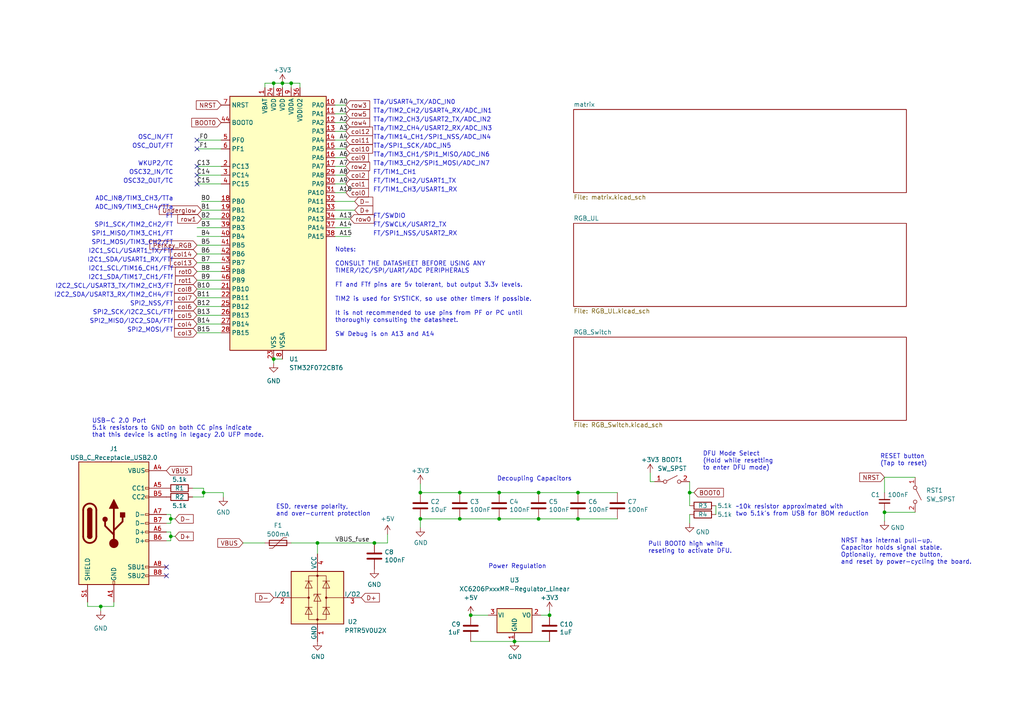
<source format=kicad_sch>
(kicad_sch (version 20231120) (generator "eeschema") (generator_version "8.0")
  (paper "A4")
  (lib_symbols
    (symbol "+5V_1" (power) (pin_names (offset 0))
      (property "Value" "+5V_1" (at 0 3.556 0))
      (symbol "+5V_1_0_1"
        (polyline (pts (xy -0.762 1.27) (xy 0 2.54)))
        (polyline (pts (xy 0 0) (xy 0 2.54)))
        (polyline (pts (xy 0 2.54) (xy 0.762 1.27)))
      )
      (symbol "+5V_1_1_1"
        (pin power_in line (at 0 0 90) (length 0) hide (name "+5V") (number "1"))
      )
    )
    (symbol "Connector:USB_C_Receptacle_USB2.0" (pin_names (offset 1.016))
      (property "Reference" "J" (at -10.16 19.05 0))
      (property "Value" "USB_C_Receptacle_USB2.0" (at 19.05 19.05 0))
      (symbol "USB_C_Receptacle_USB2.0_0_0"
        (rectangle (start -0.254 -17.78) (end 0.254 -16.764))
        (rectangle (start 10.16 -14.986) (end 9.144 -15.494))
        (rectangle (start 10.16 -12.446) (end 9.144 -12.954))
        (rectangle (start 10.16 -4.826) (end 9.144 -5.334))
        (rectangle (start 10.16 -2.286) (end 9.144 -2.794))
        (rectangle (start 10.16 0.254) (end 9.144 -0.254))
        (rectangle (start 10.16 2.794) (end 9.144 2.286))
        (rectangle (start 10.16 7.874) (end 9.144 7.366))
        (rectangle (start 10.16 10.414) (end 9.144 9.906))
        (rectangle (start 10.16 15.494) (end 9.144 14.986))
      )
      (symbol "USB_C_Receptacle_USB2.0_0_1"
        (rectangle (start -10.16 17.78) (end 10.16 -17.78) (stroke (width 0.254)) (fill (type background)))
        (arc (start -8.89 -3.81) (mid -6.985 -5.7067) (end -5.08 -3.81) (stroke (width 0.508)))
        (arc (start -7.62 -3.81) (mid -6.985 -4.4423) (end -6.35 -3.81) (stroke (width 0.254)))
        (arc (start -7.62 -3.81) (mid -6.985 -4.4423) (end -6.35 -3.81) (stroke (width 0.254)) (fill (type outline)))
        (rectangle (start -7.62 -3.81) (end -6.35 3.81) (stroke (width 0.254)) (fill (type outline)))
        (arc (start -6.35 3.81) (mid -6.985 4.4423) (end -7.62 3.81) (stroke (width 0.254)))
        (arc (start -6.35 3.81) (mid -6.985 4.4423) (end -7.62 3.81) (stroke (width 0.254)) (fill (type outline)))
        (arc (start -5.08 3.81) (mid -6.985 5.7067) (end -8.89 3.81) (stroke (width 0.508)))
        (circle (center -2.54 1.143) (radius 0.635) (stroke (width 0.254)) (fill (type outline)))
        (circle (center 0 -5.842) (radius 1.27) (fill (type outline)))
        (polyline (pts (xy -8.89 -3.81) (xy -8.89 3.81)) (stroke (width 0.508)))
        (polyline (pts (xy -5.08 3.81) (xy -5.08 -3.81)) (stroke (width 0.508)))
        (polyline (pts (xy 0 -5.842) (xy 0 4.318)) (stroke (width 0.508)))
        (polyline (pts (xy 0 -3.302) (xy -2.54 -0.762) (xy -2.54 0.508)) (stroke (width 0.508)))
        (polyline (pts (xy 0 -2.032) (xy 2.54 0.508) (xy 2.54 1.778)) (stroke (width 0.508)))
        (polyline (pts (xy -1.27 4.318) (xy 0 6.858) (xy 1.27 4.318) (xy -1.27 4.318)) (stroke (width 0.254)) (fill (type outline)))
        (rectangle (start 1.905 1.778) (end 3.175 3.048) (stroke (width 0.254)) (fill (type outline)))
      )
      (symbol "USB_C_Receptacle_USB2.0_1_1"
        (pin passive line (at 0 -22.86 90) (length 5.08) (name "GND") (number "A1"))
        (pin passive line (at 0 -22.86 90) (length 5.08) hide (name "GND") (number "A12"))
        (pin passive line (at 15.24 15.24 180) (length 5.08) (name "VBUS") (number "A4"))
        (pin bidirectional line (at 15.24 10.16 180) (length 5.08) (name "CC1") (number "A5"))
        (pin bidirectional line (at 15.24 -2.54 180) (length 5.08) (name "D+") (number "A6"))
        (pin bidirectional line (at 15.24 2.54 180) (length 5.08) (name "D-") (number "A7"))
        (pin bidirectional line (at 15.24 -12.7 180) (length 5.08) (name "SBU1") (number "A8"))
        (pin passive line (at 15.24 15.24 180) (length 5.08) hide (name "VBUS") (number "A9"))
        (pin passive line (at 0 -22.86 90) (length 5.08) hide (name "GND") (number "B1"))
        (pin passive line (at 0 -22.86 90) (length 5.08) hide (name "GND") (number "B12"))
        (pin passive line (at 15.24 15.24 180) (length 5.08) hide (name "VBUS") (number "B4"))
        (pin bidirectional line (at 15.24 7.62 180) (length 5.08) (name "CC2") (number "B5"))
        (pin bidirectional line (at 15.24 -5.08 180) (length 5.08) (name "D+") (number "B6"))
        (pin bidirectional line (at 15.24 0 180) (length 5.08) (name "D-") (number "B7"))
        (pin bidirectional line (at 15.24 -15.24 180) (length 5.08) (name "SBU2") (number "B8"))
        (pin passive line (at 15.24 15.24 180) (length 5.08) hide (name "VBUS") (number "B9"))
        (pin passive line (at -7.62 -22.86 90) (length 5.08) (name "SHIELD") (number "S1"))
      )
    )
    (symbol "Device:C" (pin_numbers hide) (pin_names (offset 0.254))
      (property "Reference" "C" (at 0.635 2.54 0))
      (property "Value" "C" (at 0.635 -2.54 0))
      (symbol "C_0_1"
        (polyline (pts (xy -2.032 -0.762) (xy 2.032 -0.762)) (stroke (width 0.508)))
        (polyline (pts (xy -2.032 0.762) (xy 2.032 0.762)) (stroke (width 0.508)))
      )
      (symbol "C_1_1"
        (pin passive line (at 0 3.81 270) (length 2.794) (name "~") (number "1"))
        (pin passive line (at 0 -3.81 90) (length 2.794) (name "~") (number "2"))
      )
    )
    (symbol "Device:C_Small" (pin_numbers hide) (pin_names (offset 0.254) hide)
      (property "Reference" "C" (at 0.254 1.778 0))
      (property "Value" "C_Small" (at 0.254 -2.032 0))
      (symbol "C_Small_0_1"
        (polyline (pts (xy -1.524 -0.508) (xy 1.524 -0.508)) (stroke (width 0.3302)))
        (polyline (pts (xy -1.524 0.508) (xy 1.524 0.508)) (stroke (width 0.3048)))
      )
      (symbol "C_Small_1_1"
        (pin passive line (at 0 2.54 270) (length 2.032) (name "~") (number "1"))
        (pin passive line (at 0 -2.54 90) (length 2.032) (name "~") (number "2"))
      )
    )
    (symbol "Device:Polyfuse" (pin_numbers hide) (pin_names (offset 0))
      (property "Reference" "F" (at -2.54 0 90))
      (property "Value" "Polyfuse" (at 2.54 0 90))
      (symbol "Polyfuse_0_1"
        (rectangle (start -0.762 2.54) (end 0.762 -2.54) (stroke (width 0.254)))
        (polyline (pts (xy 0 2.54) (xy 0 -2.54)))
        (polyline (pts (xy -1.524 2.54) (xy -1.524 1.524) (xy 1.524 -1.524) (xy 1.524 -2.54)))
      )
      (symbol "Polyfuse_1_1"
        (pin passive line (at 0 3.81 270) (length 1.27) (name "~") (number "1"))
        (pin passive line (at 0 -3.81 90) (length 1.27) (name "~") (number "2"))
      )
    )
    (symbol "Device:R" (pin_numbers hide) (pin_names (offset 0))
      (property "Reference" "R" (at 2.032 0 90))
      (property "Value" "R" (at 0 0 90))
      (symbol "R_0_1"
        (rectangle (start -1.016 -2.54) (end 1.016 2.54) (stroke (width 0.254)))
      )
      (symbol "R_1_1"
        (pin passive line (at 0 3.81 270) (length 1.27) (name "~") (number "1"))
        (pin passive line (at 0 -3.81 90) (length 1.27) (name "~") (number "2"))
      )
    )
    (symbol "MCU_ST_STM32F0:STM32F072CBTx"
      (property "Reference" "U" (at -12.7 39.37 0))
      (property "Value" "STM32F072CBTx" (at 10.16 39.37 0))
      (symbol "STM32F072CBTx_0_1"
        (rectangle (start -12.7 -35.56) (end 15.24 38.1) (stroke (width 0.254)) (fill (type background)))
      )
      (symbol "STM32F072CBTx_1_1"
        (pin power_in line (at -2.54 40.64 270) (length 2.54) (name "VBAT") (number "1"))
        (pin bidirectional line (at 17.78 35.56 180) (length 2.54) (name "PA0") (number "10"))
        (pin bidirectional line (at 17.78 33.02 180) (length 2.54) (name "PA1") (number "11"))
        (pin bidirectional line (at 17.78 30.48 180) (length 2.54) (name "PA2") (number "12"))
        (pin bidirectional line (at 17.78 27.94 180) (length 2.54) (name "PA3") (number "13"))
        (pin bidirectional line (at 17.78 25.4 180) (length 2.54) (name "PA4") (number "14"))
        (pin bidirectional line (at 17.78 22.86 180) (length 2.54) (name "PA5") (number "15"))
        (pin bidirectional line (at 17.78 20.32 180) (length 2.54) (name "PA6") (number "16"))
        (pin bidirectional line (at 17.78 17.78 180) (length 2.54) (name "PA7") (number "17"))
        (pin bidirectional line (at -15.24 7.62 0) (length 2.54) (name "PB0") (number "18"))
        (pin bidirectional line (at -15.24 5.08 0) (length 2.54) (name "PB1") (number "19"))
        (pin bidirectional line (at -15.24 17.78 0) (length 2.54) (name "PC13") (number "2"))
        (pin bidirectional line (at -15.24 2.54 0) (length 2.54) (name "PB2") (number "20"))
        (pin bidirectional line (at -15.24 -17.78 0) (length 2.54) (name "PB10") (number "21"))
        (pin bidirectional line (at -15.24 -20.32 0) (length 2.54) (name "PB11") (number "22"))
        (pin power_in line (at 0 -38.1 90) (length 2.54) (name "VSS") (number "23"))
        (pin power_in line (at 0 40.64 270) (length 2.54) (name "VDD") (number "24"))
        (pin bidirectional line (at -15.24 -22.86 0) (length 2.54) (name "PB12") (number "25"))
        (pin bidirectional line (at -15.24 -25.4 0) (length 2.54) (name "PB13") (number "26"))
        (pin bidirectional line (at -15.24 -27.94 0) (length 2.54) (name "PB14") (number "27"))
        (pin bidirectional line (at -15.24 -30.48 0) (length 2.54) (name "PB15") (number "28"))
        (pin bidirectional line (at 17.78 15.24 180) (length 2.54) (name "PA8") (number "29"))
        (pin bidirectional line (at -15.24 15.24 0) (length 2.54) (name "PC14") (number "3"))
        (pin bidirectional line (at 17.78 12.7 180) (length 2.54) (name "PA9") (number "30"))
        (pin bidirectional line (at 17.78 10.16 180) (length 2.54) (name "PA10") (number "31"))
        (pin bidirectional line (at 17.78 7.62 180) (length 2.54) (name "PA11") (number "32"))
        (pin bidirectional line (at 17.78 5.08 180) (length 2.54) (name "PA12") (number "33"))
        (pin bidirectional line (at 17.78 2.54 180) (length 2.54) (name "PA13") (number "34"))
        (pin passive line (at 0 -38.1 90) (length 2.54) hide (name "VSS") (number "35"))
        (pin power_in line (at 7.62 40.64 270) (length 2.54) (name "VDDIO2") (number "36"))
        (pin bidirectional line (at 17.78 0 180) (length 2.54) (name "PA14") (number "37"))
        (pin bidirectional line (at 17.78 -2.54 180) (length 2.54) (name "PA15") (number "38"))
        (pin bidirectional line (at -15.24 0 0) (length 2.54) (name "PB3") (number "39"))
        (pin bidirectional line (at -15.24 12.7 0) (length 2.54) (name "PC15") (number "4"))
        (pin bidirectional line (at -15.24 -2.54 0) (length 2.54) (name "PB4") (number "40"))
        (pin bidirectional line (at -15.24 -5.08 0) (length 2.54) (name "PB5") (number "41"))
        (pin bidirectional line (at -15.24 -7.62 0) (length 2.54) (name "PB6") (number "42"))
        (pin bidirectional line (at -15.24 -10.16 0) (length 2.54) (name "PB7") (number "43"))
        (pin input line (at -15.24 30.48 0) (length 2.54) (name "BOOT0") (number "44"))
        (pin bidirectional line (at -15.24 -12.7 0) (length 2.54) (name "PB8") (number "45"))
        (pin bidirectional line (at -15.24 -15.24 0) (length 2.54) (name "PB9") (number "46"))
        (pin passive line (at 0 -38.1 90) (length 2.54) hide (name "VSS") (number "47"))
        (pin power_in line (at 2.54 40.64 270) (length 2.54) (name "VDD") (number "48"))
        (pin bidirectional line (at -15.24 25.4 0) (length 2.54) (name "PF0") (number "5"))
        (pin bidirectional line (at -15.24 22.86 0) (length 2.54) (name "PF1") (number "6"))
        (pin input line (at -15.24 35.56 0) (length 2.54) (name "NRST") (number "7"))
        (pin power_in line (at 2.54 -38.1 90) (length 2.54) (name "VSSA") (number "8"))
        (pin power_in line (at 5.08 40.64 270) (length 2.54) (name "VDDA") (number "9"))
      )
    )
    (symbol "Power_Protection:PRTR5V0U2X" (pin_names (offset 0))
      (property "Reference" "D" (at 2.794 8.636 0))
      (property "Value" "PRTR5V0U2X" (at 8.128 -9.398 0))
      (symbol "PRTR5V0U2X_0_1"
        (rectangle (start -7.62 -7.62) (end 7.62 7.62) (stroke (width 0.254)) (fill (type background)))
        (circle (center -2.54 0) (radius 0.254) (fill (type outline)))
        (rectangle (start -2.54 6.35) (end 2.54 -6.35))
        (circle (center 0 -6.35) (radius 0.254) (fill (type outline)))
        (polyline (pts (xy -2.54 0) (xy -7.62 0)))
        (polyline (pts (xy -1.524 -2.794) (xy -3.556 -2.794)))
        (polyline (pts (xy -1.524 4.826) (xy -3.556 4.826)))
        (polyline (pts (xy 0 -7.62) (xy 0 7.62)))
        (polyline (pts (xy 1.524 -2.794) (xy 3.556 -2.794)))
        (polyline (pts (xy 1.524 4.826) (xy 3.556 4.826)))
        (polyline (pts (xy 2.54 0) (xy 7.62 0)))
        (polyline (pts (xy 1.016 1.016) (xy -1.016 1.016) (xy -1.016 0.508)))
        (polyline (pts (xy -3.556 -4.826) (xy -1.524 -4.826) (xy -2.54 -2.794) (xy -3.556 -4.826)))
        (polyline (pts (xy -3.556 2.794) (xy -1.524 2.794) (xy -2.54 4.826) (xy -3.556 2.794)))
        (polyline (pts (xy -1.016 -1.016) (xy 1.016 -1.016) (xy 0 1.016) (xy -1.016 -1.016)))
        (polyline (pts (xy 3.556 -4.826) (xy 1.524 -4.826) (xy 2.54 -2.794) (xy 3.556 -4.826)))
        (polyline (pts (xy 3.556 2.794) (xy 1.524 2.794) (xy 2.54 4.826) (xy 3.556 2.794)))
        (circle (center 0 6.35) (radius 0.254) (fill (type outline)))
        (circle (center 2.54 0) (radius 0.254) (fill (type outline)))
      )
      (symbol "PRTR5V0U2X_1_1"
        (pin passive line (at 0 -12.7 90) (length 5.08) (name "GND") (number "1"))
        (pin passive line (at -12.7 0 0) (length 5.08) (name "I/O1") (number "2"))
        (pin passive line (at 12.7 0 180) (length 5.08) (name "I/O2") (number "3"))
        (pin passive line (at 0 12.7 270) (length 5.08) (name "VCC") (number "4"))
      )
    )
    (symbol "Switch:SW_SPST" (pin_names (offset 0) hide)
      (property "Reference" "SW" (at 0 3.175 0))
      (property "Value" "SW_SPST" (at 0 -2.54 0))
      (symbol "SW_SPST_0_0"
        (circle (center -2.032 0) (radius 0.508))
        (polyline (pts (xy -1.524 0.254) (xy 1.524 1.778)))
        (circle (center 2.032 0) (radius 0.508))
      )
      (symbol "SW_SPST_1_1"
        (pin passive line (at -5.08 0 0) (length 2.54) (name "A") (number "1"))
        (pin passive line (at 5.08 0 180) (length 2.54) (name "B") (number "2"))
      )
    )
    (symbol "kicad-keyboard-parts:XC6206PxxxMR-Regulator_Linear" (pin_names (offset 0.254))
      (property "Reference" "U" (at -3.81 3.175 0))
      (property "Value" "XC6206PxxxMR-Regulator_Linear" (at 0 3.175 0))
      (property "LCSC" "C5446" (at 0 0 0))
      (symbol "XC6206PxxxMR-Regulator_Linear_0_1"
        (rectangle (start -5.08 1.905) (end 5.08 -5.08) (stroke (width 0.254)) (fill (type background)))
      )
      (symbol "XC6206PxxxMR-Regulator_Linear_1_1"
        (pin power_in line (at 0 -7.62 90) (length 2.54) (name "GND") (number "1"))
        (pin power_out line (at 7.62 0 180) (length 2.54) (name "VO") (number "2"))
        (pin power_in line (at -7.62 0 0) (length 2.54) (name "VI") (number "3"))
      )
    )
    (symbol "power:+3V3" (power) (pin_names (offset 0))
      (property "Value" "+3V3" (at 0 3.556 0))
      (symbol "+3V3_0_1"
        (polyline (pts (xy -0.762 1.27) (xy 0 2.54)))
        (polyline (pts (xy 0 0) (xy 0 2.54)))
        (polyline (pts (xy 0 2.54) (xy 0.762 1.27)))
      )
      (symbol "+3V3_1_1"
        (pin power_in line (at 0 0 90) (length 0) hide (name "+3V3") (number "1"))
      )
    )
    (symbol "power:+5V" (power) (pin_names (offset 0))
      (property "Value" "+5V" (at 0 3.556 0))
      (symbol "+5V_0_1"
        (polyline (pts (xy -0.762 1.27) (xy 0 2.54)))
        (polyline (pts (xy 0 0) (xy 0 2.54)))
        (polyline (pts (xy 0 2.54) (xy 0.762 1.27)))
      )
      (symbol "+5V_1_1"
        (pin power_in line (at 0 0 90) (length 0) hide (name "+5V") (number "1"))
      )
    )
    (symbol "power:GND" (power) (pin_names (offset 0))
      (property "Value" "GND" (at 0 -3.81 0))
      (symbol "GND_0_1"
        (polyline (pts (xy 0 0) (xy 0 -1.27) (xy 1.27 -1.27) (xy 0 -2.54) (xy -1.27 -1.27) (xy 0 -1.27)))
      )
      (symbol "GND_1_1"
        (pin power_in line (at 0 0 270) (length 0) hide (name "GND") (number "1"))
      )
    )
  )
  (junction (at 200.025 142.875))
  (junction (at 81.915 24.13))
  (junction (at 159.385 178.435))
  (junction (at 59.055 142.875))
  (junction (at 79.375 24.13))
  (junction (at 156.21 150.495))
  (junction (at 136.525 178.435))
  (junction (at 156.21 142.875))
  (junction (at 121.92 150.495))
  (junction (at 149.225 186.055) (diameter 0.9144))
  (junction (at 256.54 148.59))
  (junction (at 121.92 142.875))
  (junction (at 79.375 104.14))
  (junction (at 144.78 150.495))
  (junction (at 133.35 150.495))
  (junction (at 167.64 150.495))
  (junction (at 167.64 142.875))
  (junction (at 92.075 157.48))
  (junction (at 144.78 142.875))
  (junction (at 108.585 157.48))
  (junction (at 49.53 155.575))
  (junction (at 29.21 175.895))
  (junction (at 49.53 150.495))
  (junction (at 133.35 142.875))
  (junction (at 84.455 24.13))
  (no_connect (at 57.15 50.8))
  (no_connect (at 48.26 167.005))
  (no_connect (at 57.15 40.64))
  (no_connect (at 48.26 164.465))
  (no_connect (at 57.15 48.26))
  (no_connect (at 57.15 43.18))
  (no_connect (at 57.15 53.34))
  (wire (pts (xy 97.155 50.8) (xy 100.33 50.8)))
  (wire (pts (xy 97.155 55.88) (xy 100.33 55.88)))
  (wire (pts (xy 57.15 40.64) (xy 64.135 40.64)))
  (wire (pts (xy 167.64 150.495) (xy 179.07 150.495)))
  (wire (pts (xy 48.26 156.845) (xy 49.53 156.845)))
  (wire (pts (xy 57.15 76.2) (xy 64.135 76.2)))
  (wire (pts (xy 29.21 175.895) (xy 33.02 175.895)))
  (wire (pts (xy 97.155 63.5) (xy 101.6 63.5)))
  (wire (pts (xy 58.42 60.96) (xy 64.135 60.96)))
  (wire (pts (xy 86.995 24.13) (xy 86.995 25.4)))
  (wire (pts (xy 48.26 149.225) (xy 49.53 149.225)))
  (wire (pts (xy 59.055 144.145) (xy 59.055 142.875)))
  (wire (pts (xy 144.78 150.495) (xy 133.35 150.495)))
  (wire (pts (xy 55.88 144.145) (xy 59.055 144.145)))
  (wire (pts (xy 49.53 150.495) (xy 49.53 151.765)))
  (wire (pts (xy 59.055 142.875) (xy 59.055 141.605)))
  (wire (pts (xy 189.865 139.7) (xy 188.595 139.7)))
  (wire (pts (xy 29.21 177.165) (xy 29.21 175.895)))
  (wire (pts (xy 84.455 24.13) (xy 84.455 25.4)))
  (wire (pts (xy 97.155 33.02) (xy 100.33 33.02)))
  (wire (pts (xy 59.055 142.875) (xy 64.77 142.875)))
  (wire (pts (xy 144.78 142.875) (xy 133.35 142.875)))
  (wire (pts (xy 58.42 63.5) (xy 64.135 63.5)))
  (wire (pts (xy 84.455 24.13) (xy 86.995 24.13)))
  (wire (pts (xy 200.025 142.875) (xy 201.295 142.875)))
  (wire (pts (xy 57.15 78.74) (xy 64.135 78.74)))
  (wire (pts (xy 79.375 24.13) (xy 79.375 25.4)))
  (wire (pts (xy 55.88 141.605) (xy 59.055 141.605)))
  (wire (pts (xy 97.155 68.58) (xy 101.6 68.58)))
  (wire (pts (xy 149.225 186.055) (xy 159.385 186.055)))
  (wire (pts (xy 57.15 93.98) (xy 64.135 93.98)))
  (wire (pts (xy 79.375 105.41) (xy 79.375 104.14)))
  (wire (pts (xy 57.15 83.82) (xy 64.135 83.82)))
  (wire (pts (xy 256.54 151.13) (xy 256.54 148.59)))
  (wire (pts (xy 97.155 35.56) (xy 100.33 35.56)))
  (wire (pts (xy 57.15 73.66) (xy 64.135 73.66)))
  (wire (pts (xy 136.525 178.435) (xy 141.605 178.435)))
  (wire (pts (xy 207.645 146.685) (xy 207.645 149.225)))
  (wire (pts (xy 156.21 142.875) (xy 167.64 142.875)))
  (wire (pts (xy 57.15 71.12) (xy 64.135 71.12)))
  (wire (pts (xy 108.585 157.48) (xy 112.395 157.48)))
  (wire (pts (xy 188.595 139.7) (xy 188.595 137.16)))
  (wire (pts (xy 57.15 66.04) (xy 64.135 66.04)))
  (wire (pts (xy 76.835 24.13) (xy 76.835 25.4)))
  (wire (pts (xy 57.15 91.44) (xy 64.135 91.44)))
  (wire (pts (xy 256.54 138.43) (xy 265.43 138.43)))
  (wire (pts (xy 156.845 178.435) (xy 159.385 178.435)))
  (wire (pts (xy 144.78 142.875) (xy 156.21 142.875)))
  (wire (pts (xy 200.025 139.7) (xy 200.025 142.875)))
  (wire (pts (xy 84.455 24.13) (xy 81.915 24.13)))
  (wire (pts (xy 58.42 58.42) (xy 64.135 58.42)))
  (wire (pts (xy 256.54 138.43) (xy 256.54 142.875)))
  (wire (pts (xy 57.15 48.26) (xy 64.135 48.26)))
  (wire (pts (xy 57.15 86.36) (xy 64.135 86.36)))
  (wire (pts (xy 70.485 157.48) (xy 76.835 157.48)))
  (wire (pts (xy 97.155 60.96) (xy 102.87 60.96)))
  (wire (pts (xy 121.92 153.035) (xy 121.92 150.495)))
  (wire (pts (xy 97.155 45.72) (xy 100.33 45.72)))
  (wire (pts (xy 49.53 156.845) (xy 49.53 155.575)))
  (wire (pts (xy 57.15 50.8) (xy 64.135 50.8)))
  (wire (pts (xy 48.26 154.305) (xy 49.53 154.305)))
  (wire (pts (xy 84.455 157.48) (xy 92.075 157.48)))
  (wire (pts (xy 79.375 104.14) (xy 81.915 104.14)))
  (wire (pts (xy 167.64 142.875) (xy 179.07 142.875)))
  (wire (pts (xy 121.92 140.335) (xy 121.92 142.875)))
  (wire (pts (xy 57.15 96.52) (xy 64.135 96.52)))
  (wire (pts (xy 256.54 148.59) (xy 256.54 147.955)))
  (wire (pts (xy 49.53 150.495) (xy 50.8 150.495)))
  (wire (pts (xy 79.375 24.13) (xy 81.915 24.13)))
  (wire (pts (xy 256.54 148.59) (xy 265.43 148.59)))
  (wire (pts (xy 200.025 149.225) (xy 200.025 151.765)))
  (wire (pts (xy 57.15 88.9) (xy 64.135 88.9)))
  (wire (pts (xy 57.15 81.28) (xy 64.135 81.28)))
  (wire (pts (xy 25.4 175.895) (xy 29.21 175.895)))
  (wire (pts (xy 112.395 154.94) (xy 112.395 157.48)))
  (wire (pts (xy 76.835 24.13) (xy 79.375 24.13)))
  (wire (pts (xy 57.15 68.58) (xy 64.135 68.58)))
  (wire (pts (xy 200.025 142.875) (xy 200.025 146.685)))
  (wire (pts (xy 48.26 151.765) (xy 49.53 151.765)))
  (wire (pts (xy 97.155 30.48) (xy 100.33 30.48)))
  (wire (pts (xy 97.155 48.26) (xy 100.33 48.26)))
  (wire (pts (xy 25.4 174.625) (xy 25.4 175.895)))
  (wire (pts (xy 49.53 154.305) (xy 49.53 155.575)))
  (wire (pts (xy 97.155 53.34) (xy 100.33 53.34)))
  (wire (pts (xy 49.53 155.575) (xy 50.8 155.575)))
  (wire (pts (xy 133.35 150.495) (xy 121.92 150.495)))
  (wire (pts (xy 159.385 177.165) (xy 159.385 178.435)))
  (wire (pts (xy 97.155 43.18) (xy 100.33 43.18)))
  (wire (pts (xy 64.77 142.875) (xy 64.77 144.145)))
  (wire (pts (xy 57.15 43.18) (xy 64.135 43.18)))
  (wire (pts (xy 33.02 175.895) (xy 33.02 174.625)))
  (wire (pts (xy 97.155 58.42) (xy 102.87 58.42)))
  (wire (pts (xy 92.075 157.48) (xy 92.075 160.655)))
  (wire (pts (xy 97.155 66.04) (xy 101.6 66.04)))
  (wire (pts (xy 149.225 186.055) (xy 136.525 186.055)))
  (wire (pts (xy 92.075 157.48) (xy 108.585 157.48)))
  (wire (pts (xy 57.15 53.34) (xy 64.135 53.34)))
  (wire (pts (xy 81.915 24.13) (xy 81.915 25.4)))
  (wire (pts (xy 133.35 142.875) (xy 121.92 142.875)))
  (wire (pts (xy 49.53 149.225) (xy 49.53 150.495)))
  (wire (pts (xy 144.78 150.495) (xy 156.21 150.495)))
  (wire (pts (xy 156.21 150.495) (xy 167.64 150.495)))
  (wire (pts (xy 97.155 38.1) (xy 100.33 38.1)))
  (wire (pts (xy 97.155 40.64) (xy 100.33 40.64)))
  (text "SPI1_SCK/TIM2_CH2/FT" (at 50.292 66.04 0) (effects (font (size 1.27 1.27)) (justify right bottom)))
  (text "FT/TIM1_CH1" (at 108.204 50.8 0) (effects (font (size 1.27 1.27)) (justify left bottom)))
  (text "FT/TIM1_CH3/USART1_RX" (at 108.204 55.88 0) (effects (font (size 1.27 1.27)) (justify left bottom)))
  (text "SPI2_NSS/FT" (at 50.292 88.9 0) (effects (font (size 1.27 1.27)) (justify right bottom)))
  (text "Notes:\n\nCONSULT THE DATASHEET BEFORE USING ANY \nTIMER/I2C/SPI/UART/ADC PERIPHERALS\n\nFT and FTf pins are 5v tolerant, but output 3.3v levels.\n\nTIM2 is used for SYSTICK, so use other timers if possible.\n\nIt is not recommended to use pins from PF or PC until\nthoroughly consulting the datasheet.\n\nSW Debug is on A13 and A14" (at 97.155 97.79 0) (effects (font (size 1.27 1.27)) (justify left bottom)))
  (text "TTa/TIM2_CH4/USART2_RX/ADC_IN3" (at 108.204 38.1 0) (effects (font (size 1.27 1.27)) (justify left bottom)))
  (text "NRST has internal pull-up.\nCapacitor holds signal stable.\nOptionally, remove the button,\nand reset by power-cycling the board." (at 243.84 163.83 0) (effects (font (size 1.27 1.27)) (justify left bottom)))
  (text "FT/SWDIO" (at 108.204 63.5 0) (effects (font (size 1.27 1.27)) (justify left bottom)))
  (text "Decoupling Capacitors" (at 144.145 139.7 0) (effects (font (size 1.27 1.27)) (justify left bottom)))
  (text "SPI1_MOSI/TIM3_CH2/FT" (at 50.292 71.12 0) (effects (font (size 1.27 1.27)) (justify right bottom)))
  (text "ADC_IN9/TIM3_CH4/TTa" (at 50.292 60.96 0) (effects (font (size 1.27 1.27)) (justify right bottom)))
  (text "I2C2_SCL/USART3_TX/TIM2_CH3/FT" (at 50.292 83.82 0) (effects (font (size 1.27 1.27)) (justify right bottom)))
  (text "SPI2_MISO/I2C2_SDA/FTf" (at 50.292 93.98 0) (effects (font (size 1.27 1.27)) (justify right bottom)))
  (text "FT/SWCLK/USART2_TX" (at 108.204 66.04 0) (effects (font (size 1.27 1.27)) (justify left bottom)))
  (text "I2C1_SCL/TIM16_CH1/FTf" (at 50.292 78.74 0) (effects (font (size 1.27 1.27)) (justify right bottom)))
  (text "~10k resistor approximated with\ntwo 5.1k's from USB for BOM reduction" (at 213.36 149.86 0) (effects (font (size 1.27 1.27)) (justify left bottom)))
  (text "TTa/TIM2_CH2/USART4_RX/ADC_IN1" (at 108.204 33.02 0) (effects (font (size 1.27 1.27)) (justify left bottom)))
  (text "USB-C 2.0 Port\n5.1k resistors to GND on both CC pins indicate\nthat this device is acting in legacy 2.0 UFP mode." (at 26.67 127 0) (effects (font (size 1.27 1.27)) (justify left bottom)))
  (text "TTa/TIM2_CH3/USART2_TX/ADC_IN2" (at 108.204 35.56 0) (effects (font (size 1.27 1.27)) (justify left bottom)))
  (text "OSC_IN/FT" (at 50.292 40.64 0) (effects (font (size 1.27 1.27)) (justify right bottom)))
  (text "DFU Mode Select\n(Hold while resetting\nto enter DFU mode)" (at 203.835 136.525 0) (effects (font (size 1.27 1.27)) (justify left bottom)))
  (text "WKUP2/TC" (at 50.292 48.26 0) (effects (font (size 1.27 1.27)) (justify right bottom)))
  (text "I2C2_SDA/USART3_RX/TIM2_CH4/FT" (at 50.292 86.36 0) (effects (font (size 1.27 1.27)) (justify right bottom)))
  (text "ADC_IN8/TIM3_CH3/TTa" (at 50.292 58.42 0) (effects (font (size 1.27 1.27)) (justify right bottom)))
  (text "RESET button\n(Tap to reset)" (at 255.27 135.255 0) (effects (font (size 1.27 1.27)) (justify left bottom)))
  (text "Pull BOOT0 high while \nreseting to activate DFU." (at 187.96 160.655 0) (effects (font (size 1.27 1.27)) (justify left bottom)))
  (text "I2C1_SDA/TIM17_CH1/FTf" (at 50.292 81.28 0) (effects (font (size 1.27 1.27)) (justify right bottom)))
  (text "TTa/SPI1_SCK/ADC_IN5" (at 108.204 43.18 0) (effects (font (size 1.27 1.27)) (justify left bottom)))
  (text "TTa/TIM3_CH1/SPI1_MISO/ADC_IN6" (at 108.204 45.72 0) (effects (font (size 1.27 1.27)) (justify left bottom)))
  (text "TTa/TIM3_CH2/SPI1_MOSI/ADC_IN7" (at 108.204 48.26 0) (effects (font (size 1.27 1.27)) (justify left bottom)))
  (text "OSC32_OUT/TC" (at 50.292 53.34 0) (effects (font (size 1.27 1.27)) (justify right bottom)))
  (text "FT/SPI1_NSS/USART2_RX" (at 108.204 68.58 0) (effects (font (size 1.27 1.27)) (justify left bottom)))
  (text "SPI1_MISO/TIM3_CH1/FT" (at 50.292 68.58 0) (effects (font (size 1.27 1.27)) (justify right bottom)))
  (text "OSC32_IN/TC" (at 50.292 50.8 0) (effects (font (size 1.27 1.27)) (justify right bottom)))
  (text "TTa/TIM14_CH1/SPI1_NSS/ADC_IN4" (at 108.204 40.64 0) (effects (font (size 1.27 1.27)) (justify left bottom)))
  (text "I2C1_SDA/USART1_RX/FTf" (at 50.292 76.2 0) (effects (font (size 1.27 1.27)) (justify right bottom)))
  (text "SPI2_MOSI/FT" (at 50.292 96.52 0) (effects (font (size 1.27 1.27)) (justify right bottom)))
  (text "FT/TIM1_CH2/USART1_TX" (at 108.204 53.34 0) (effects (font (size 1.27 1.27)) (justify left bottom)))
  (text "Power Regulation" (at 141.605 165.1 0) (effects (font (size 1.27 1.27)) (justify left bottom)))
  (text "SPI2_SCK/I2C2_SCL/FTf" (at 50.292 91.44 0) (effects (font (size 1.27 1.27)) (justify right bottom)))
  (text "OSC_OUT/FT" (at 50.292 43.18 0) (effects (font (size 1.27 1.27)) (justify right bottom)))
  (text "ESD, reverse polarity,\nand over-current protection" (at 80.01 149.86 0) (effects (font (size 1.27 1.27)) (justify left bottom)))
  (text "FT" (at 50.292 63.5 0) (effects (font (size 1.27 1.27)) (justify right bottom)))
  (text "FT" (at -75.565 76.2 0) (effects (font (size 1.27 1.27)) (justify right bottom)))
  (text "TTa/USART4_TX/ADC_IN0" (at 108.204 30.48 0) (effects (font (size 1.27 1.27)) (justify left bottom)))
  (text "I2C1_SCL/USART1_TX/FTf" (at 50.292 73.66 0) (effects (font (size 1.27 1.27)) (justify right bottom)))
  (label "A1" (at 98.425 33.02 0))
  (label "A3" (at 98.425 38.1 0))
  (label "A13" (at 98.425 63.5 0))
  (label "A10" (at 98.425 55.88 0))
  (label "B7" (at 60.96 76.2 180))
  (label "B13" (at 60.96 91.44 180))
  (label "A6" (at 98.425 45.72 0))
  (label "B1" (at 60.96 60.96 180))
  (label "B9" (at 60.96 81.28 180))
  (label "B5" (at 60.96 71.12 180))
  (label "B14" (at 60.96 93.98 180))
  (label "A8" (at 98.425 50.8 0))
  (label "B0" (at 60.96 58.42 180))
  (label "A9" (at 98.425 53.34 0))
  (label "VBUS_fuse" (at 97.155 157.48 0))
  (label "A2" (at 98.425 35.56 0))
  (label "B8" (at 60.96 78.74 180))
  (label "A4" (at 98.425 40.64 0))
  (label "B12" (at 60.96 88.9 180))
  (label "B4" (at 60.96 68.58 180))
  (label "C14" (at 60.96 50.8 180))
  (label "B6" (at 60.96 73.66 180))
  (label "B15" (at 60.96 96.52 180))
  (label "A14" (at 98.425 66.04 0))
  (label "B10" (at 60.96 83.82 180))
  (label "B11" (at 60.96 86.36 180))
  (label "C15" (at 60.96 53.34 180))
  (label "B3" (at 60.96 66.04 180))
  (label "A0" (at 98.425 30.48 0))
  (label "B2" (at 60.96 63.5 180))
  (label "F1" (at 60.325 43.18 180))
  (label "A5" (at 98.425 43.18 0))
  (label "A7" (at 98.425 48.26 0))
  (label "C13" (at 60.96 48.26 180))
  (label "F0" (at 60.325 40.64 180))
  (label "A15" (at 98.425 68.58 0))
  (global_label "col2" (shape input) (at 100.33 50.8 0) (property "Intersheetrefs" "${INTERSHEET_REFS}" (effects (hide yes))))
  (global_label "col8" (shape input) (at 57.15 83.82 180) (property "Intersheetrefs" "${INTERSHEET_REFS}" (effects (hide yes))))
  (global_label "col14" (shape input) (at 57.15 73.66 180) (property "Intersheetrefs" "${INTERSHEET_REFS}" (effects (hide yes))))
  (global_label "col3" (shape input) (at 57.15 96.52 180) (property "Intersheetrefs" "${INTERSHEET_REFS}" (effects (hide yes))))
  (global_label "row1" (shape input) (at 58.42 63.5 180) (property "Intersheetrefs" "${INTERSHEET_REFS}" (effects (hide yes))))
  (global_label "row0" (shape input) (at 101.6 63.5 0) (property "Intersheetrefs" "${INTERSHEET_REFS}" (effects (hide yes))))
  (global_label "VBUS" (shape input) (at 70.485 157.48 180) (property "Intersheetrefs" "${INTERSHEET_REFS}" (effects (hide yes))))
  (global_label "PerKey_RGB" (shape input) (at 57.15 71.12 180) (property "Intersheetrefs" "${INTERSHEET_REFS}" (effects (hide yes))))
  (global_label "rot1" (shape input) (at 57.15 81.28 180) (property "Intersheetrefs" "${INTERSHEET_REFS}" (effects (hide yes))))
  (global_label "D-" (shape input) (at 102.87 58.42 0) (property "Intersheetrefs" "${INTERSHEET_REFS}" (effects (hide yes))))
  (global_label "rot0" (shape input) (at 57.15 78.74 180) (property "Intersheetrefs" "${INTERSHEET_REFS}" (effects (hide yes))))
  (global_label "col5" (shape input) (at 57.15 91.44 180) (property "Intersheetrefs" "${INTERSHEET_REFS}" (effects (hide yes))))
  (global_label "D-" (shape input) (at 79.375 173.355 180) (property "Intersheetrefs" "${INTERSHEET_REFS}" (effects (hide yes))))
  (global_label "BOOT0" (shape input) (at 64.135 35.56 180) (property "Intersheetrefs" "${INTERSHEET_REFS}" (effects (hide yes))))
  (global_label "col9" (shape input) (at 100.33 45.72 0) (property "Intersheetrefs" "${INTERSHEET_REFS}" (effects (hide yes))))
  (global_label "D+" (shape input) (at 102.87 60.96 0) (property "Intersheetrefs" "${INTERSHEET_REFS}" (effects (hide yes))))
  (global_label "col11" (shape input) (at 100.33 40.64 0) (property "Intersheetrefs" "${INTERSHEET_REFS}" (effects (hide yes))))
  (global_label "D+" (shape input) (at 104.775 173.355 0) (property "Intersheetrefs" "${INTERSHEET_REFS}" (effects (hide yes))))
  (global_label "D-" (shape input) (at 50.8 150.495 0) (property "Intersheetrefs" "${INTERSHEET_REFS}" (effects (hide yes))))
  (global_label "col6" (shape input) (at 57.15 88.9 180) (property "Intersheetrefs" "${INTERSHEET_REFS}" (effects (hide yes))))
  (global_label "row4" (shape input) (at 100.33 35.56 0) (property "Intersheetrefs" "${INTERSHEET_REFS}" (effects (hide yes))))
  (global_label "col13" (shape input) (at 57.15 76.2 180) (property "Intersheetrefs" "${INTERSHEET_REFS}" (effects (hide yes))))
  (global_label "col10" (shape input) (at 100.33 43.18 0) (property "Intersheetrefs" "${INTERSHEET_REFS}" (effects (hide yes))))
  (global_label "col1" (shape input) (at 100.33 53.34 0) (property "Intersheetrefs" "${INTERSHEET_REFS}" (effects (hide yes))))
  (global_label "col0" (shape input) (at 100.33 55.88 0) (property "Intersheetrefs" "${INTERSHEET_REFS}" (effects (hide yes))))
  (global_label "NRST" (shape input) (at 256.54 138.43 180) (property "Intersheetrefs" "${INTERSHEET_REFS}" (effects (hide yes))))
  (global_label "NRST" (shape input) (at 64.135 30.48 180) (property "Intersheetrefs" "${INTERSHEET_REFS}" (effects (hide yes))))
  (global_label "BOOT0" (shape input) (at 201.295 142.875 0) (property "Intersheetrefs" "${INTERSHEET_REFS}" (effects (hide yes))))
  (global_label "row5" (shape input) (at 100.33 33.02 0) (property "Intersheetrefs" "${INTERSHEET_REFS}" (effects (hide yes))))
  (global_label "Underglow" (shape input) (at 58.42 60.96 180) (property "Intersheetrefs" "${INTERSHEET_REFS}" (effects (hide yes))))
  (global_label "col7" (shape input) (at 57.15 86.36 180) (property "Intersheetrefs" "${INTERSHEET_REFS}" (effects (hide yes))))
  (global_label "col4" (shape input) (at 57.15 93.98 180) (property "Intersheetrefs" "${INTERSHEET_REFS}" (effects (hide yes))))
  (global_label "row2" (shape input) (at 100.33 48.26 0) (property "Intersheetrefs" "${INTERSHEET_REFS}" (effects (hide yes))))
  (global_label "D+" (shape input) (at 50.8 155.575 0) (property "Intersheetrefs" "${INTERSHEET_REFS}" (effects (hide yes))))
  (global_label "VBUS" (shape input) (at 48.26 136.525 0) (property "Intersheetrefs" "${INTERSHEET_REFS}" (effects (hide yes))))
  (global_label "col12" (shape input) (at 100.33 38.1 0) (property "Intersheetrefs" "${INTERSHEET_REFS}" (effects (hide yes))))
  (global_label "row3" (shape input) (at 100.33 30.48 0) (property "Intersheetrefs" "${INTERSHEET_REFS}" (effects (hide yes))))
  (symbol (lib_id "Connector:USB_C_Receptacle_USB2.0") (at 33.02 151.765 0) (unit 1)
    (property "Reference" "J1" (at 33.02 130.175 0))
    (property "Value" "USB_C_Receptacle_USB2.0" (at 33.02 132.715 0))
    (property "Footprint" "PCM_marbastlib-various:USB_C_Receptacle_HRO_TYPE-C-31-M-12" (effects (hide yes)))
    (property "Datasheet" "https://www.usb.org/sites/default/files/documents/usb_type-c.zip" (effects (hide yes)))
    (property "JlcRotOffset" "180" (effects (hide yes)))
    (property "JlcPosOffset" "0,1.5" (effects (hide yes)))
  )
  (symbol (lib_id "power:+3V3") (at 81.915 24.13 0) (unit 1)
    (property "Reference" "#PWR01" (effects (hide yes)))
    (property "Value" "+3V3" (at 81.915 20.32 0))
  )
  (symbol (lib_id "Device:R") (at 203.835 146.685 90) (unit 1)
    (property "Reference" "R3" (at 203.835 146.685 90))
    (property "Value" "5.1k" (at 210.185 146.685 90))
    (property "Footprint" "Resistor_SMD:R_0402_1005Metric" (effects (hide yes)))
  )
  (symbol (lib_id "Device:C") (at 108.585 161.29 0) (unit 1)
    (property "Reference" "C8" (at 111.506 160.1216 0) (effects (justify left)))
    (property "Value" "100nF" (at 111.506 162.433 0) (effects (justify left)))
    (property "Footprint" "Capacitor_SMD:C_0402_1005Metric" (effects (hide yes)))
    (property "LCSC" "C307331" (effects (hide yes)))
  )
  (symbol (lib_id "Device:Polyfuse") (at 80.645 157.48 90) (unit 1)
    (property "Reference" "F1" (at 80.645 152.4 90))
    (property "Value" "500mA" (at 80.645 154.94 90))
    (property "Footprint" "Fuse:Fuse_1206_3216Metric" (effects (hide yes)))
    (property "LCSC" "C135341" (effects (hide yes)))
  )
  (symbol (lib_id "power:GND") (at 79.375 105.41 0) (unit 1)
    (property "Reference" "#PWR02" (effects (hide yes)))
    (property "Value" "GND" (at 79.375 110.49 0))
  )
  (symbol (lib_id "power:GND") (at 64.77 144.145 0) (unit 1)
    (property "Reference" "#PWR05" (effects (hide yes)))
    (property "Value" "GND" (at 64.77 148.59 0))
  )
  (symbol (lib_id "power:GND") (at 121.92 153.035 0) (unit 1)
    (property "Reference" "#PWR08" (effects (hide yes)))
    (property "Value" "GND" (at 122.047 157.4292 0))
  )
  (symbol (lib_id "MCU_ST_STM32F0:STM32F072CBTx") (at 79.375 66.04 0) (unit 1)
    (property "Reference" "U1" (at 83.8709 104.14 0) (effects (justify left)))
    (property "Value" "STM32F072CBT6" (at 83.8709 106.68 0) (effects (justify left)))
    (property "Footprint" "Package_QFP:LQFP-48_7x7mm_P0.5mm" (effects (hide yes)))
    (property "Datasheet" "https://www.st.com/resource/en/datasheet/stm32f072cb.pdf" (effects (hide yes)))
    (property "JlcRotOffset" "90" (effects (hide yes)))
  )
  (symbol (lib_id "Device:C") (at 167.64 146.685 0) (unit 1)
    (property "Reference" "C6" (at 170.561 145.5166 0) (effects (justify left)))
    (property "Value" "100nF" (at 170.561 147.828 0) (effects (justify left)))
    (property "Footprint" "Capacitor_SMD:C_0402_1005Metric" (effects (hide yes)))
    (property "LCSC" "C307331" (effects (hide yes)))
  )
  (symbol (lib_id "power:+3V3") (at 121.92 140.335 0) (unit 1)
    (property "Reference" "#PWR04" (effects (hide yes)))
    (property "Value" "+3V3" (at 121.92 136.525 0))
  )
  (symbol (lib_id "power:GND") (at 29.21 177.165 0) (unit 1)
    (property "Reference" "#PWR011" (effects (hide yes)))
    (property "Value" "GND" (at 29.21 182.245 0))
  )
  (symbol (lib_id "Device:C") (at 159.385 182.245 0) (unit 1)
    (property "Reference" "C10" (at 162.306 181.0766 0) (effects (justify left)))
    (property "Value" "1uF" (at 162.306 183.388 0) (effects (justify left)))
    (property "Footprint" "Capacitor_SMD:C_0402_1005Metric" (effects (hide yes)))
    (property "LCSC" "C307331" (effects (hide yes)))
  )
  (symbol (lib_id "kicad-keyboard-parts:XC6206PxxxMR-Regulator_Linear") (at 149.225 178.435 0) (unit 1)
    (property "Reference" "U3" (at 149.225 168.275 0))
    (property "Value" "XC6206PxxxMR-Regulator_Linear" (at 149.225 170.815 0))
    (property "Footprint" "Package_TO_SOT_SMD:SOT-23" (effects (hide yes)))
    (property "Datasheet" "https://www.torexsemi.com/file/xc6206/XC6206.pdf" (effects (hide yes)))
    (property "LCSC" "C5446" (effects (hide yes)))
  )
  (symbol (lib_id "power:GND") (at 200.025 151.765 0) (unit 1)
    (property "Reference" "#PWR07" (effects (hide yes)))
    (property "Value" "GND" (at 203.835 154.305 0))
  )
  (symbol (lib_id "power:+3V3") (at 188.595 137.16 0) (mirror y) (unit 1)
    (property "Reference" "#PWR03" (effects (hide yes)))
    (property "Value" "+3V3" (at 188.595 133.35 0))
  )
  (symbol (lib_id "power:+3V3") (at 159.385 177.165 0) (unit 1)
    (property "Reference" "#PWR012" (effects (hide yes)))
    (property "Value" "+3V3" (at 159.385 173.355 0))
  )
  (symbol (lib_name "+5V_1") (lib_id "power:+5V") (at 112.395 154.94 0) (unit 1)
    (property "Reference" "#PWR09" (effects (hide yes)))
    (property "Value" "+5V" (at 112.395 150.495 0))
  )
  (symbol (lib_id "Device:R") (at 52.07 141.605 270) (unit 1)
    (property "Reference" "R1" (at 52.07 141.605 90))
    (property "Value" "5.1k" (at 52.07 139.065 90))
    (property "Footprint" "Resistor_SMD:R_0402_1005Metric" (effects (hide yes)))
  )
  (symbol (lib_id "power:GND") (at 108.585 165.1 0) (unit 1)
    (property "Reference" "#PWR010" (effects (hide yes)))
    (property "Value" "GND" (at 108.585 169.545 0))
  )
  (symbol (lib_id "power:GND") (at 149.225 186.055 0) (unit 1)
    (property "Reference" "#PWR015" (effects (hide yes)))
    (property "Value" "GND" (at 149.352 190.4492 0))
  )
  (symbol (lib_id "power:+5V") (at 136.525 178.435 0) (unit 1)
    (property "Reference" "#PWR013" (effects (hide yes)))
    (property "Value" "+5V" (at 136.525 173.355 0))
  )
  (symbol (lib_id "Switch:SW_SPST") (at 194.945 139.7 0) (unit 1)
    (property "Reference" "BOOT1" (at 194.945 133.35 0))
    (property "Value" "SW_SPST" (at 194.945 135.89 0))
    (property "Footprint" "Button_Switch_SMD:SW_SPST_TL3342" (effects (hide yes)))
  )
  (symbol (lib_id "Device:C") (at 144.78 146.685 0) (unit 1)
    (property "Reference" "C4" (at 147.701 145.5166 0) (effects (justify left)))
    (property "Value" "100nF" (at 147.701 147.828 0) (effects (justify left)))
    (property "Footprint" "Capacitor_SMD:C_0402_1005Metric" (effects (hide yes)))
    (property "LCSC" "C307331" (effects (hide yes)))
  )
  (symbol (lib_id "power:GND") (at 256.54 151.13 0) (mirror y) (unit 1)
    (property "Reference" "#PWR06" (effects (hide yes)))
    (property "Value" "GND" (at 260.35 153.035 0))
  )
  (symbol (lib_id "Device:C") (at 133.35 146.685 0) (unit 1)
    (property "Reference" "C3" (at 136.271 145.5166 0) (effects (justify left)))
    (property "Value" "100nF" (at 136.271 147.828 0) (effects (justify left)))
    (property "Footprint" "Capacitor_SMD:C_0402_1005Metric" (effects (hide yes)))
    (property "LCSC" "C307331" (effects (hide yes)))
  )
  (symbol (lib_id "Device:C") (at 156.21 146.685 0) (unit 1)
    (property "Reference" "C5" (at 159.131 145.5166 0) (effects (justify left)))
    (property "Value" "100nF" (at 159.131 147.828 0) (effects (justify left)))
    (property "Footprint" "Capacitor_SMD:C_0402_1005Metric" (effects (hide yes)))
    (property "LCSC" "C307331" (effects (hide yes)))
  )
  (symbol (lib_id "Device:C") (at 136.525 182.245 0) (mirror y) (unit 1)
    (property "Reference" "C9" (at 133.604 181.0766 0) (effects (justify left)))
    (property "Value" "1uF" (at 133.604 183.388 0) (effects (justify left)))
    (property "Footprint" "Capacitor_SMD:C_0402_1005Metric" (effects (hide yes)))
    (property "LCSC" "C307331" (effects (hide yes)))
  )
  (symbol (lib_id "Power_Protection:PRTR5V0U2X") (at 92.075 173.355 0) (unit 1)
    (property "Reference" "U2" (at 102.235 180.34 0))
    (property "Value" "PRTR5V0U2X" (at 106.045 182.88 0))
    (property "Footprint" "Package_TO_SOT_SMD:SOT-143" (effects (hide yes)))
    (property "Datasheet" "https://assets.nexperia.com/documents/data-sheet/PRTR5V0U2X.pdf" (effects (hide yes)))
    (property "LCSC" "C2827688" (effects (hide yes)))
    (property "JlcRotOffset" "90" (effects (hide yes)))
  )
  (symbol (lib_id "Device:C") (at 121.92 146.685 0) (unit 1)
    (property "Reference" "C2" (at 124.841 145.5166 0) (effects (justify left)))
    (property "Value" "10uF" (at 124.841 147.828 0) (effects (justify left)))
    (property "Footprint" "Capacitor_SMD:C_0603_1608Metric" (effects (hide yes)))
    (property "LCSC" "C307331" (effects (hide yes)))
  )
  (symbol (lib_id "power:GND") (at 92.075 186.055 0) (unit 1)
    (property "Reference" "#PWR014" (effects (hide yes)))
    (property "Value" "GND" (at 92.202 190.4492 0))
  )
  (symbol (lib_id "Device:R") (at 203.835 149.225 270) (mirror x) (unit 1)
    (property "Reference" "R4" (at 203.835 149.225 90))
    (property "Value" "5.1k" (at 210.185 149.225 90))
    (property "Footprint" "Resistor_SMD:R_0402_1005Metric" (effects (hide yes)))
  )
  (symbol (lib_id "Switch:SW_SPST") (at 265.43 143.51 270) (unit 1)
    (property "Reference" "RST1" (at 268.605 142.24 90) (effects (justify left)))
    (property "Value" "SW_SPST" (at 268.605 144.78 90) (effects (justify left)))
    (property "Footprint" "Button_Switch_SMD:SW_SPST_TL3342" (effects (hide yes)))
  )
  (symbol (lib_id "Device:C_Small") (at 256.54 145.415 0) (mirror y) (unit 1)
    (property "Reference" "C1" (at 255.27 143.51 0) (effects (justify left)))
    (property "Value" "100nF" (at 263.525 143.51 0) (effects (justify left)))
    (property "Footprint" "Capacitor_SMD:C_0402_1005Metric" (effects (hide yes)))
    (property "LCSC" "C307331" (effects (hide yes)))
  )
  (symbol (lib_id "Device:R") (at 52.07 144.145 90) (unit 1)
    (property "Reference" "R2" (at 52.07 144.145 90))
    (property "Value" "5.1k" (at 52.07 146.685 90))
    (property "Footprint" "Resistor_SMD:R_0402_1005Metric" (effects (hide yes)))
  )
  (symbol (lib_id "Device:C") (at 179.07 146.685 0) (unit 1)
    (property "Reference" "C7" (at 181.991 145.5166 0) (effects (justify left)))
    (property "Value" "100nF" (at 181.991 147.828 0) (effects (justify left)))
    (property "Footprint" "Capacitor_SMD:C_0402_1005Metric" (effects (hide yes)))
    (property "LCSC" "C307331" (effects (hide yes)))
  )
  (sheet (at 166.37 31.75) (size 96.52 24.13) (stroke (width 0.1524))
    (property "Sheetname" "matrix" (at 166.37 31.0384 0) (effects (justify left bottom)))
    (property "Sheetfile" "matrix.kicad_sch" (at 166.37 56.4646 0) (effects (justify left top)))
  )
  (sheet (at 166.37 64.77) (size 96.52 24.13) (stroke (width 0.1524))
    (property "Sheetname" "RGB_UL" (at 166.37 64.0584 0) (effects (justify left bottom)))
    (property "Sheetfile" "RGB_UL.kicad_sch" (at 166.37 89.4846 0) (effects (justify left top)))
  )
  (sheet (at 166.37 97.79) (size 96.52 24.13) (stroke (width 0.1524))
    (property "Sheetname" "RGB_Switch" (at 166.37 97.0784 0) (effects (justify left bottom)))
    (property "Sheetfile" "RGB_Switch.kicad_sch" (at 166.37 122.5046 0) (effects (justify left top)))
  )
)
</source>
